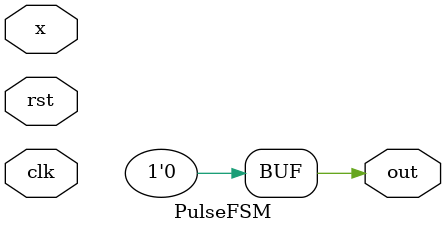
<source format=sv>
`timescale 1ns / 1ps

module PulseFSM(
input x, clk, rst,
output logic out);

typedef enum logic [1:0] 
{
s0 = 2'b00,
s1 = 2'b01,
s2 = 2'b10
} state_t;
state_t current_state, next_state;

                       // Current state Logic is sequential i.e memory
always_ff @(posedge clk or posedge rst)
begin
if (rst)
current_state <= s0;
else
current_state <= next_state;
end
                    //next state logic is Combinational
always @(*)
begin
 ////////////// Do initilize the values here Please///////////
  out = 0;
  next_state = current_state;
  
  /////// NEXT state Transition Logic
case (current_state)
    s0: if (x) 
	        next_state = s1;
        else 
	        next_state = s0;

    s1: if (x) 
	       next_state = s2;
        else 
	       next_state = s1;

    s2: if (x) 
	       next_state = s0;
        else 
	       next_state = s1;
endcase
end

always @(*)
begin
if (next_state==s2)
out = 1;
else 
out = 0;
end
endmodule
</source>
